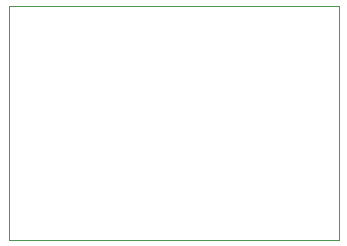
<source format=gbr>
G04 #@! TF.GenerationSoftware,KiCad,Pcbnew,(5.1.5)-3*
G04 #@! TF.CreationDate,2021-02-05T10:45:09+01:00*
G04 #@! TF.ProjectId,kapuki-cursen-hw,6b617075-6b69-42d6-9375-7273656e2d68,rev?*
G04 #@! TF.SameCoordinates,Original*
G04 #@! TF.FileFunction,Profile,NP*
%FSLAX46Y46*%
G04 Gerber Fmt 4.6, Leading zero omitted, Abs format (unit mm)*
G04 Created by KiCad (PCBNEW (5.1.5)-3) date 2021-02-05 10:45:09*
%MOMM*%
%LPD*%
G04 APERTURE LIST*
%ADD10C,0.050000*%
G04 APERTURE END LIST*
D10*
X120650000Y-93472000D02*
X120650000Y-73660000D01*
X148590000Y-93472000D02*
X120650000Y-93472000D01*
X148590000Y-73660000D02*
X148590000Y-93472000D01*
X120650000Y-73660000D02*
X148590000Y-73660000D01*
M02*

</source>
